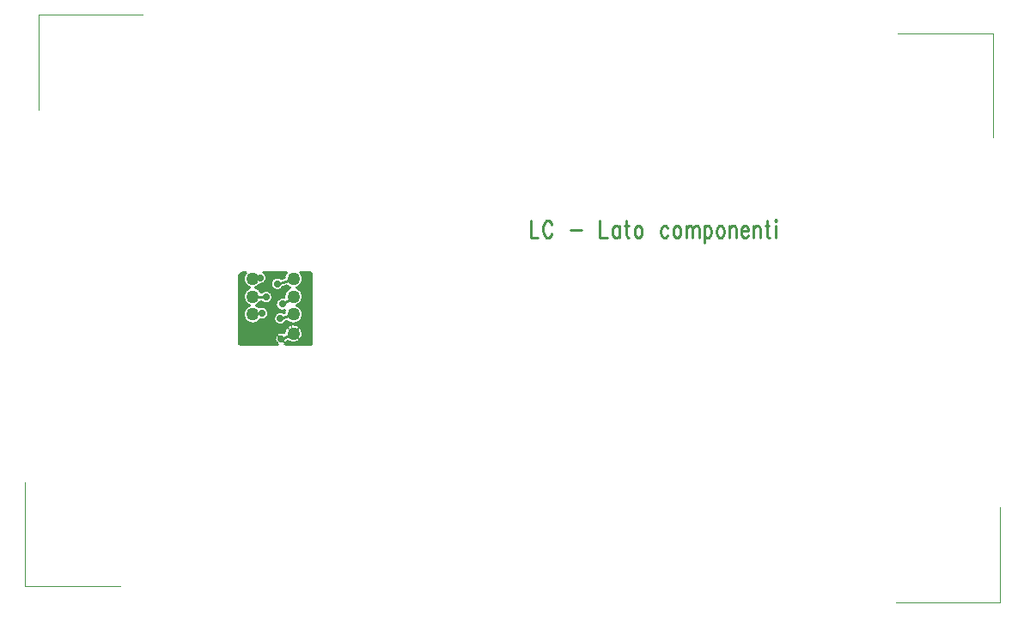
<source format=gbr>
*
*
G04 PADS VX.0 Build Number: 635560 generated Gerber (RS-274-X) file*
G04 PC Version=2.1*
*
%IN "FTC_con_001.pcb"*%
*
%MOIN*%
*
%FSLAX35Y35*%
*
*
*
*
G04 PC Standard Apertures*
*
*
G04 Thermal Relief Aperture macro.*
%AMTER*
1,1,$1,0,0*
1,0,$1-$2,0,0*
21,0,$3,$4,0,0,45*
21,0,$3,$4,0,0,135*
%
*
*
G04 Annular Aperture macro.*
%AMANN*
1,1,$1,0,0*
1,0,$2,0,0*
%
*
*
G04 Odd Aperture macro.*
%AMODD*
1,1,$1,0,0*
1,0,$1-0.005,0,0*
%
*
*
G04 PC Custom Aperture Macros*
*
*
*
*
*
*
G04 PC Aperture Table*
*
%ADD010C,0.01*%
%ADD031C,0.008*%
%ADD040C,0.001*%
%ADD047C,0.05*%
%ADD093C,0.00591*%
%ADD157C,0.003*%
%ADD160C,0.02795*%
*
*
*
*
G04 PC Circuitry*
G04 Layer Name FTC_con_001.pcb - circuitry*
%LPD*%
*
*
G04 PC Custom Flashes*
G04 Layer Name FTC_con_001.pcb - flashes*
%LPD*%
*
*
G04 PC Circuitry*
G04 Layer Name FTC_con_001.pcb - circuitry*
%LPD*%
*
G54D10*
G01X492913Y427822D02*
Y421260D01*
X495641*
X501095Y426260D02*
X500868Y426885D01*
X500413Y427510*
X499959Y427822*
X499050*
X498595Y427510*
X498141Y426885*
X497913Y426260*
X497686Y425322*
Y423760*
X497913Y422822*
X498141Y422197*
X498595Y421572*
X499050Y421260*
X499959*
X500413Y421572*
X500868Y422197*
X501095Y422822*
X508368Y424072D02*
X512459D01*
X519732Y427822D02*
Y421260D01*
X522459*
X527232Y425635D02*
Y421260D01*
Y424697D02*
X526777Y425322D01*
X526322Y425635*
X525641*
X525186Y425322*
X524732Y424697*
X524504Y423760*
Y423135*
X524732Y422197*
X525186Y421572*
X525641Y421260*
X526322*
X526777Y421572*
X527232Y422197*
X529959Y427822D02*
Y422510D01*
X530186Y421572*
X530641Y421260*
X531095*
X529277Y425635D02*
X530868D01*
X534277D02*
X533822Y425322D01*
X533368Y424697*
X533141Y423760*
Y423135*
X533368Y422197*
X533822Y421572*
X534277Y421260*
X534959*
X535413Y421572*
X535868Y422197*
X536095Y423135*
Y423760*
X535868Y424697*
X535413Y425322*
X534959Y425635*
X534277*
X546095Y424697D02*
X545641Y425322D01*
X545186Y425635*
X544504*
X544050Y425322*
X543595Y424697*
X543368Y423760*
Y423135*
X543595Y422197*
X544050Y421572*
X544504Y421260*
X545186*
X545641Y421572*
X546095Y422197*
X549277Y425635D02*
X548822Y425322D01*
X548368Y424697*
X548141Y423760*
Y423135*
X548368Y422197*
X548822Y421572*
X549277Y421260*
X549959*
X550413Y421572*
X550868Y422197*
X551095Y423135*
Y423760*
X550868Y424697*
X550413Y425322*
X549959Y425635*
X549277*
X553141D02*
Y421260D01*
Y424385D02*
X553822Y425322D01*
X554277Y425635*
X554959*
X555413Y425322*
X555641Y424385*
Y421260*
Y424385D02*
X556322Y425322D01*
X556777Y425635*
X557459*
X557913Y425322*
X558141Y424385*
Y421260*
X560186Y425635D02*
Y419072D01*
Y424697D02*
X560641Y425322D01*
X561095Y425635*
X561777*
X562232Y425322*
X562686Y424697*
X562913Y423760*
Y423135*
X562686Y422197*
X562232Y421572*
X561777Y421260*
X561095*
X560641Y421572*
X560186Y422197*
X566095Y425635D02*
X565641Y425322D01*
X565186Y424697*
X564959Y423760*
Y423135*
X565186Y422197*
X565641Y421572*
X566095Y421260*
X566777*
X567232Y421572*
X567686Y422197*
X567913Y423135*
Y423760*
X567686Y424697*
X567232Y425322*
X566777Y425635*
X566095*
X569959D02*
Y421260D01*
Y424385D02*
X570641Y425322D01*
X571095Y425635*
X571777*
X572232Y425322*
X572459Y424385*
Y421260*
X574504Y423760D02*
X577232D01*
Y424385*
X577004Y425010*
X576777Y425322*
X576322Y425635*
X575641*
X575186Y425322*
X574732Y424697*
X574504Y423760*
Y423135*
X574732Y422197*
X575186Y421572*
X575641Y421260*
X576322*
X576777Y421572*
X577232Y422197*
X579277Y425635D02*
Y421260D01*
Y424385D02*
X579959Y425322D01*
X580413Y425635*
X581095*
X581550Y425322*
X581777Y424385*
Y421260*
X584504Y427822D02*
Y422510D01*
X584732Y421572*
X585186Y421260*
X585641*
X583822Y425635D02*
X585413D01*
X587686Y427822D02*
X587913Y427510D01*
X588141Y427822*
X587913Y428135*
X587686Y427822*
X587913Y425635D02*
Y421260D01*
X396063Y381890D02*
X400787Y383858D01*
X385039Y391339D02*
X388583Y391732D01*
X395669Y389764D02*
X400787Y391339D01*
X385039Y398228D02*
X390157Y398031D01*
X394488Y403150D02*
X400787Y405118D01*
X396457Y395276D02*
X400787Y398228D01*
X385039Y405239D02*
X387795Y405512D01*
X407571Y379831D02*
Y407571D01*
X403558*
X402138Y401673D02*
G75*
G03X403558Y407571I-1351J3445D01*
G01X402138Y394783D02*
G03Y401673I-1351J3445D01*
G01X398146Y388747D02*
G03X402138Y394783I2641J2592D01*
G01X398146Y388747D02*
X398047Y388717D01*
X397047Y391966D02*
G03X398047Y388717I-1378J-2202D01*
G01X397047Y391966D02*
X397146Y391997D01*
X397415Y392861D02*
G03X397146Y391997I3372J-1522D01*
G01X397114Y397789D02*
G03X397415Y392861I-657J-2513D01*
G01X399437Y401673D02*
G03X397114Y397789I1350J-3445D01*
G01X398158Y402515D02*
G03X399437Y401673I2629J2603D01*
G01X398158Y402515D02*
X396870Y402113D01*
X395856Y405358D02*
G03X396870Y402113I-1368J-2208D01*
G01X395856Y405358D02*
X397144Y405761D01*
X398017Y407571D02*
G03X397144Y405761I2770J-2453D01*
G01X398017Y407571D02*
X389379D01*
X387920Y402917D02*
G03X389379Y407571I-125J2595D01*
G01X386224Y401734D02*
G03X387920Y402917I-1185J3505D01*
G01X388344Y399892D02*
G03X386224Y401734I-3305J-1664D01*
G01X388207Y396316D02*
G03X388344Y399892I1950J1715D01*
G01X386390Y394783D02*
G03X388207Y396316I-1351J3445D01*
G01X387506Y394096D02*
G03X386390Y394783I-2467J-2757D01*
G01X388051Y389190D02*
G03X387506Y394096I532J2542D01*
G01X383689Y394783D02*
G03X388051Y389190I1350J-3444D01*
G01X383855Y401734D02*
G03X383689Y394783I1184J-3506D01*
G01X382167Y407571D02*
G03X383855Y401734I2872J-2332D01*
G01X382167Y407571D02*
X381045D01*
X379831Y406356*
Y379831*
X394479*
X397110Y384267D02*
G03X394479Y379831I-1047J-2377D01*
G01X398488Y380959D02*
G03X397110Y384267I2299J2899D01*
G01X397647Y379831D02*
G03X398488Y380959I-1584J2059D01*
G01X397647Y379831D02*
X407571D01*
X403684Y407421D02*
X407571D01*
X404211Y406521D02*
X407571D01*
X404453Y405621D02*
X407571D01*
X404466Y404721D02*
X407571D01*
X404253Y403821D02*
X407571D01*
X403764Y402921D02*
X407571D01*
X402811Y402021D02*
X407571D01*
X403095Y401121D02*
X407571D01*
X403905Y400221D02*
X407571D01*
X404322Y399321D02*
X407571D01*
X404482Y398421D02*
X407571D01*
X404419Y397521D02*
X407571D01*
X404120Y396621D02*
X407571D01*
X403508Y395721D02*
X407571D01*
X402229Y394821D02*
X407571D01*
X403437Y393921D02*
X407571D01*
X404083Y393021D02*
X407571D01*
X404404Y392121D02*
X407571D01*
X404486Y391221D02*
X407571D01*
X404345Y390321D02*
X407571D01*
X403952Y389421D02*
X407571D01*
X403185Y388521D02*
X407571D01*
X397137Y387621D02*
X407571D01*
X403132Y386721D02*
X407571D01*
X403924Y385821D02*
X407571D01*
X404332Y384921D02*
X407571D01*
X404484Y384021D02*
X407571D01*
X404413Y383121D02*
X407571D01*
X404105Y382221D02*
X407571D01*
X403480Y381321D02*
X407571D01*
X402156Y380421D02*
X407571D01*
X398205D02*
X399419D01*
X396828Y402021D02*
X398763D01*
X396110Y401121D02*
X398480D01*
X379831Y386721D02*
X398443D01*
X397950Y388521D02*
X398390D01*
X389557Y407421D02*
X397891D01*
X391556Y400221D02*
X397670D01*
X379831Y385821D02*
X397651D01*
X390189Y406521D02*
X397364D01*
X392413Y399321D02*
X397252D01*
X379831Y384921D02*
X397243D01*
X396761Y392121D02*
X397171D01*
X392726Y398421D02*
X397092D01*
X395289Y405621D02*
X396696D01*
X390838Y393021D02*
X395167D01*
X392704Y397521D02*
X395150D01*
X379831Y384021D02*
X394577D01*
X391151Y392121D02*
X394577D01*
X389982Y393921D02*
X394240D01*
X392339Y396621D02*
X394234D01*
X379831Y387621D02*
X394201D01*
X379831Y380421D02*
X393921D01*
X386481Y394821D02*
X393899D01*
X391344Y395721D02*
X393897D01*
X379831Y383121D02*
X393776D01*
X390391Y405621D02*
X393687D01*
X379831Y381321D02*
X393528D01*
X391129Y391221D02*
X393519D01*
X379831Y382221D02*
X393487D01*
X387437Y388521D02*
X393388D01*
X390763Y390321D02*
X393132D01*
X389768Y389421D02*
X393094D01*
X387347Y401121D02*
X392866D01*
X390270Y404721D02*
X392420D01*
X386866Y402021D02*
X392149D01*
X389767Y403821D02*
X391979D01*
X387980Y402921D02*
X391901D01*
X387760Y395721D02*
X388971D01*
X388157Y400221D02*
X388759D01*
X379831Y394821D02*
X383598D01*
X379831Y402021D02*
X383213D01*
X379831Y401121D02*
X382732D01*
X379831Y388521D02*
X382641D01*
X379831Y393921D02*
X382389D01*
X379831Y395721D02*
X382319D01*
X379831Y402921D02*
X382155D01*
X380895Y407421D02*
X382051D01*
X379831Y400221D02*
X381922D01*
X379831Y389421D02*
X381875D01*
X379831Y393021D02*
X381744D01*
X379831Y396621D02*
X381707D01*
X379831Y403821D02*
X381622D01*
X379995Y406521D02*
X381569D01*
X379831Y399321D02*
X381504D01*
X379831Y390321D02*
X381482D01*
X379831Y392121D02*
X381423D01*
X379831Y397521D02*
X381408D01*
X379831Y404721D02*
X381376D01*
X379831Y405621D02*
X381359D01*
X379831Y398421D02*
X381344D01*
X379831Y391221D02*
X381341D01*
G54D31*
X407671Y379731D02*
Y407671D01*
X403326*
X401833Y401673D02*
G03X403326Y407671I-1046J3445D01*
G01X401833Y394783D02*
G03Y401673I-1046J3445D01*
G01X398176Y388861D02*
G03X401833Y394783I2611J2478D01*
G01X398176Y388861D02*
X397973Y388799D01*
X397032Y391857D02*
G03X397973Y388799I-1363J-2093D01*
G01X397032Y391857D02*
X397235Y391919D01*
X397632Y393072D02*
G03X397235Y391919I3155J-1733D01*
G01X397140Y397678D02*
G03X397632Y393072I-683J-2402D01*
G01X397140Y397678D02*
X397222Y397734D01*
X399742Y401673D02*
G03X397222Y397734I1045J-3445D01*
G01X398187Y402629D02*
G03X399742Y401673I2600J2489D01*
G01X398187Y402629D02*
X396796Y402194D01*
X395842Y405249D02*
G03X396796Y402194I-1354J-2099D01*
G01X395842Y405249D02*
X397232Y405683D01*
X398249Y407671D02*
G03X397232Y405683I2538J-2553D01*
G01X398249Y407671D02*
X389051D01*
X387871Y403015D02*
G03X389051Y407671I-76J2497D01*
G01X385860Y401734D02*
G03X387871Y403015I-821J3505D01*
G01X388316Y399719D02*
G03X385860Y401734I-3277J-1491D01*
G01X388192Y396490D02*
G03X388316Y399719I1965J1541D01*
G01X386085Y394783D02*
G03X388192Y396490I-1046J3445D01*
G01X387488Y393977D02*
G03X386085Y394783I-2449J-2638D01*
G01X388008Y389302D02*
G03X387488Y393977I575J2430D01*
G01X383994Y394783D02*
G03X388008Y389302I1045J-3444D01*
G01X384218Y401734D02*
G03X383994Y394783I821J-3506D01*
G01X382385Y407671D02*
G03X384218Y401734I2654J-2432D01*
G01X382385Y407671D02*
X381004D01*
X379731Y406398*
Y379731*
X394807*
X397197Y384115D02*
G03X394807Y379731I-1134J-2225D01*
G01X398442Y381128D02*
G03X397197Y384115I2345J2730D01*
G01X397319Y379731D02*
G03X398441Y381128I-1256J2159D01*
G01X397319Y379731D02*
X407671D01*
X403844Y407021D02*
X407671D01*
X404272Y406021D02*
X407671D01*
X404386Y405021D02*
X407671D01*
X404216Y404021D02*
X407671D01*
X403713Y403021D02*
X407671D01*
X402622Y402021D02*
X407671D01*
X403060Y401021D02*
X407671D01*
X403909Y400021D02*
X407671D01*
X404299Y399021D02*
X407671D01*
X404381Y398021D02*
X407671D01*
X404179Y397021D02*
X407671D01*
X403631Y396021D02*
X407671D01*
X402422Y395021D02*
X407671D01*
X403189Y394021D02*
X407671D01*
X403970Y393021D02*
X407671D01*
X404322Y392021D02*
X407671D01*
X404373Y391021D02*
X407671D01*
X404138Y390021D02*
X407671D01*
X403542Y389021D02*
X407671D01*
X402185Y388021D02*
X407671D01*
X402508Y387021D02*
X407671D01*
X403666Y386021D02*
X407671D01*
X404195Y385021D02*
X407671D01*
X404384Y384021D02*
X407671D01*
X404289Y383021D02*
X407671D01*
X403883Y382021D02*
X407671D01*
X403003Y381021D02*
X407671D01*
X397720Y380021D02*
X407671D01*
X397458Y388021D02*
X399390D01*
X379731Y387021D02*
X399067D01*
X396716Y402021D02*
X398953D01*
X398405Y381021D02*
X398572D01*
X395794Y401021D02*
X398515D01*
X379731Y386021D02*
X397909D01*
X389786Y407021D02*
X397731D01*
X391668Y400021D02*
X397665D01*
X397531Y393021D02*
X397605D01*
X379731Y385021D02*
X397380D01*
X390241Y406021D02*
X397302D01*
X392451Y399021D02*
X397276D01*
X396739Y392021D02*
X397253D01*
X392655Y398021D02*
X397193D01*
X390722Y393021D02*
X395382D01*
X379731Y384021D02*
X394760D01*
X392441Y397021D02*
X394670D01*
X391064Y392021D02*
X394600D01*
X379731Y380021D02*
X394406D01*
X389583Y394021D02*
X394297D01*
X391639Y396021D02*
X394073D01*
X386674Y395021D02*
X393972D01*
X386437Y388021D02*
X393880D01*
X379731Y383021D02*
X393836D01*
X379731Y381021D02*
X393721D01*
X379731Y382021D02*
X393569D01*
X390977Y391021D02*
X393511D01*
X387794Y389021D02*
X393285D01*
X390402Y390021D02*
X393185D01*
X387312Y401021D02*
X393182D01*
X390244Y405021D02*
X392834D01*
X386653Y402021D02*
X392260D01*
X389799Y404021D02*
X392147D01*
X387976Y403021D02*
X391994D01*
X387883Y396021D02*
X388676D01*
X388161Y400021D02*
X388647D01*
X387441Y394021D02*
X387582D01*
X379731Y388021D02*
X383642D01*
X379731Y402021D02*
X383425D01*
X379731Y395021D02*
X383405D01*
X379731Y401021D02*
X382767D01*
X379731Y394021D02*
X382638D01*
X379731Y389021D02*
X382285D01*
X379731Y403021D02*
X382204D01*
X379731Y396021D02*
X382196D01*
X379731Y400021D02*
X381917D01*
X380354Y407021D02*
X381911D01*
X379731Y393021D02*
X381857D01*
X379731Y390021D02*
X381689D01*
X379731Y404021D02*
X381652D01*
X379731Y397021D02*
X381648D01*
X379731Y399021D02*
X381528D01*
X379731Y406021D02*
X381525D01*
X379731Y392021D02*
X381505D01*
X379731Y391021D02*
X381453D01*
X379731Y405021D02*
X381446D01*
X379731Y398021D02*
X381445D01*
X406731Y379731D02*
Y407671D01*
X405731Y379731D02*
Y407671D01*
X404731Y379731D02*
Y407671D01*
X403731Y407191D02*
Y407671D01*
Y400301D02*
Y403045D01*
Y393411D02*
Y396155D01*
Y385931D02*
Y389266D01*
Y379731D02*
Y381785D01*
X402731Y401259D02*
Y402088D01*
Y394369D02*
Y395198D01*
Y386889D02*
Y388308D01*
Y379731D02*
Y380828D01*
X401731Y387332D02*
Y387864D01*
Y379731D02*
Y380384D01*
X400731Y387458D02*
Y387739D01*
Y379731D02*
Y380259D01*
X399731Y401670D02*
Y401677D01*
Y387300D02*
Y387897D01*
Y379731D02*
Y380417D01*
X398731Y401183D02*
Y402163D01*
Y386813D02*
Y388384D01*
Y379731D02*
Y380904D01*
X397731Y407020D02*
Y407671D01*
Y400130D02*
Y402487D01*
Y385760D02*
Y388354D01*
Y379731D02*
Y380030D01*
X396731Y405527D02*
Y407671D01*
Y397758D02*
Y402050D01*
Y392025D02*
Y392793D01*
Y384297D02*
Y387503D01*
X395731Y405316D02*
Y407671D01*
Y397665D02*
Y400983D01*
Y392261D02*
Y392886D01*
Y384365D02*
Y387267D01*
X394731Y405635D02*
Y407671D01*
Y397081D02*
Y400664D01*
Y392078D02*
Y393470D01*
Y384002D02*
Y387449D01*
Y379731D02*
Y379777D01*
X393731Y405530D02*
Y407671D01*
Y391339D02*
Y400770D01*
Y382784D02*
Y388189D01*
Y379731D02*
Y380996D01*
X392731Y404924D02*
Y407671D01*
Y379731D02*
Y401375D01*
X391731Y399971D02*
Y407671D01*
Y379731D02*
Y396092D01*
X390731Y400462D02*
Y407671D01*
Y393007D02*
Y395601D01*
Y379731D02*
Y390458D01*
X389731Y407091D02*
Y407671D01*
Y400492D02*
Y403933D01*
Y393950D02*
Y395571D01*
Y379731D02*
Y389514D01*
X388731Y400082D02*
Y403196D01*
Y394226D02*
Y395981D01*
Y379731D02*
Y389239D01*
X387731Y400619D02*
Y402848D01*
Y394080D02*
Y395837D01*
Y379731D02*
Y388948D01*
X386731Y401406D02*
Y402061D01*
Y394517D02*
Y395050D01*
Y379731D02*
Y388161D01*
X385731Y379731D02*
Y387806D01*
X384731Y379731D02*
Y387752D01*
X383731Y401582D02*
Y401885D01*
Y394692D02*
Y394875D01*
Y379731D02*
Y387985D01*
X382731Y400991D02*
Y402476D01*
Y394101D02*
Y395466D01*
Y379731D02*
Y388576D01*
X381731Y406658D02*
Y407671D01*
Y399647D02*
Y403820D01*
Y392757D02*
Y396810D01*
Y379731D02*
Y389920D01*
X380731Y379731D02*
Y407398D01*
G54D40*
X634646Y279528D02*
X674803D01*
Y316535*
X672441Y460236D02*
Y500394D01*
X635433*
X296457Y325984D02*
Y285827D01*
X333465*
X342126Y507874D02*
X301969D01*
Y470866*
G54D47*
X385039Y391339D03*
Y398228D03*
Y405239D03*
X400787Y391339D03*
Y398228D03*
Y405118D03*
Y383858D03*
G54D93*
X403333Y386404D02*
X402555Y385626D01*
X398242Y386404D02*
X399020Y385626D01*
X403333Y381313D02*
X402555Y382091D01*
X394297Y383656D02*
X395075Y382878D01*
X394297Y380124D02*
X395075Y380901D01*
X397829Y380124D02*
X397051Y380901D01*
G54D157*
X400000Y383858D02*
Y387205D01*
G54D160*
X396063Y381890D03*
X388583Y391732D03*
X395669Y389764D03*
X390157Y398031D03*
X394488Y403150D03*
X396457Y395276D03*
X387795Y405512D03*
G74*
X0Y0D02*
M02*

</source>
